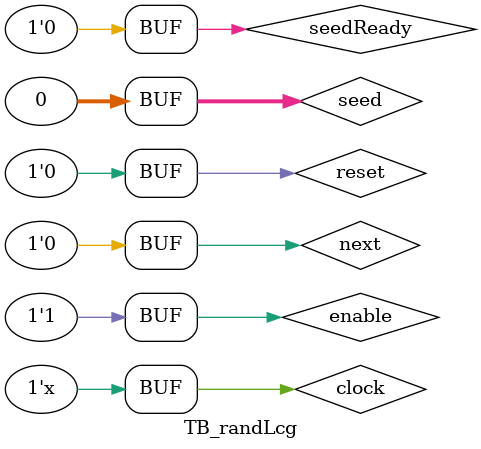
<source format=v>
`timescale 1ns / 1ps


module TB_randLcg;

    reg [31:0] seed = 0;
    reg seedReady = 0, next = 0, clock = 0, reset = 0, enable = 1;
    wire [31:0] randOut;
    wire [31:0] globalTime;
    wire busy;
    
    globalTime UUT_HELPER (
        .in_clock(clock),
        .out_time(globalTime));

    randLcg UUT(
        .in_globalTime(globalTime),
        .in_seed(seed),
        .in_seedReady(seedReady),
        .in_next(next),
        .in_clock(clock),
        .in_reset(reset),
        .in_enable(enable),
        .out_data(randOut),
        .out_busy(busy));
       
    always begin
        #1 clock = ~clock;
    end
        
    initial begin
        #2 seedReady = 1;
        #3 seedReady = 0;
        #2 next = 1;
        #3 next = 0;
        #5 next = 1;
        #3 next = 0;
        #5 next = 1;
        #3 next = 0;
        #5 next = 1;
        #3 next = 0;        
    end

endmodule

</source>
